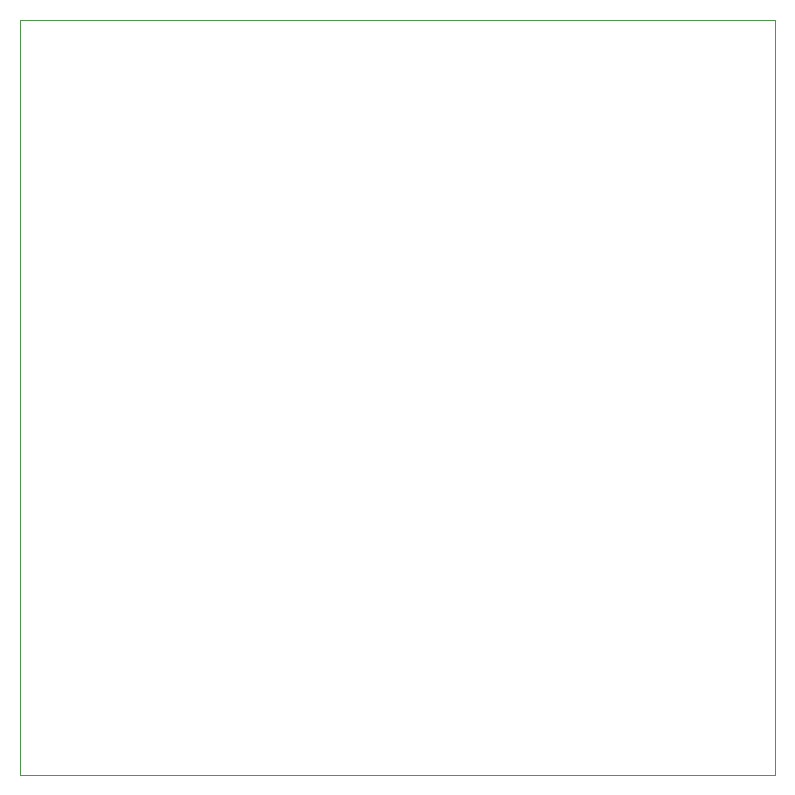
<source format=gm1>
%TF.GenerationSoftware,KiCad,Pcbnew,7.0.1*%
%TF.CreationDate,2023-06-14T21:41:21+02:00*%
%TF.ProjectId,6502_board,36353032-5f62-46f6-9172-642e6b696361,rev?*%
%TF.SameCoordinates,Original*%
%TF.FileFunction,Profile,NP*%
%FSLAX46Y46*%
G04 Gerber Fmt 4.6, Leading zero omitted, Abs format (unit mm)*
G04 Created by KiCad (PCBNEW 7.0.1) date 2023-06-14 21:41:21*
%MOMM*%
%LPD*%
G01*
G04 APERTURE LIST*
%TA.AperFunction,Profile*%
%ADD10C,0.100000*%
%TD*%
G04 APERTURE END LIST*
D10*
X92000000Y-73000000D02*
X92000000Y-137000000D01*
X28000000Y-73000000D02*
X92000000Y-73000000D01*
X28000000Y-137000000D02*
X28000000Y-73000000D01*
X92000000Y-137000000D02*
X28000000Y-137000000D01*
M02*

</source>
